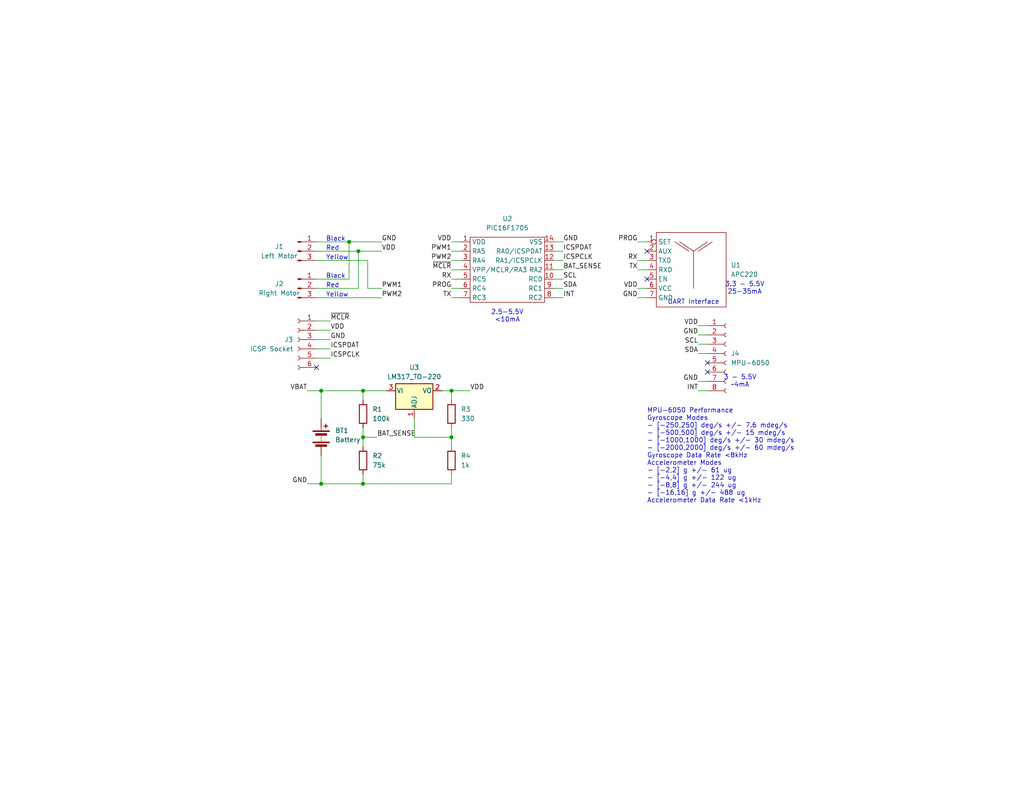
<source format=kicad_sch>
(kicad_sch (version 20231120) (generator "eeschema") (generator_version "8.0")
  (paper "USLetter")
  (title_block (rev "1.0") (comment 1 "Matthew Santos") (comment 2 "Matthew Santos"))
  (lib_symbols
    (symbol "APC220:APC220"
      (property "Reference" "U" (at -1.27 11.684 0))
      (property "Value" "APC220" (at -1.27 12.7 0))
      (symbol "APC220_0_1"
        (rectangle (start -10.16 10.16) (end 8.89 -10.16))
        (polyline (pts (xy -1.27 5.08) (xy -5.08 7.62)))
        (polyline (pts (xy 0 -5.08) (xy 0 5.08)))
        (polyline (pts (xy 0 5.08) (xy -3.81 7.62)))
        (polyline (pts (xy 0 5.08) (xy 3.81 7.62)))
        (polyline (pts (xy 1.27 5.08) (xy 5.08 7.62)))
      )
      (symbol "APC220_1_1"
        (pin input inverted (at -12.7 7.62 0) (length 2.54) (name "SET") (number "1"))
        (pin input line (at -12.7 5.08 0) (length 2.54) (name "AUX") (number "2"))
        (pin input line (at -12.7 2.54 0) (length 2.54) (name "TXD") (number "3"))
        (pin output line (at -12.7 0 0) (length 2.54) (name "RXD") (number "4"))
        (pin input line (at -12.7 -2.54 0) (length 2.54) (name "EN") (number "5"))
        (pin power_in line (at -12.7 -5.08 0) (length 2.54) (name "VCC") (number "6"))
        (pin power_out line (at -12.7 -7.62 0) (length 2.54) (name "GND") (number "7"))
      )
    )
    (symbol "Connector:Conn_01x03_Pin" (pin_names (offset 1.016) hide)
      (property "Reference" "J" (at 0 5.08 0))
      (property "Value" "Conn_01x03_Pin" (at 0 -5.08 0))
      (symbol "Conn_01x03_Pin_1_1"
        (polyline (pts (xy 1.27 -2.54) (xy 0.8636 -2.54)) (stroke (width 0.1524)))
        (polyline (pts (xy 1.27 0) (xy 0.8636 0)) (stroke (width 0.1524)))
        (polyline (pts (xy 1.27 2.54) (xy 0.8636 2.54)) (stroke (width 0.1524)))
        (rectangle (start 0.8636 -2.413) (end 0 -2.667) (stroke (width 0.1524)) (fill (type outline)))
        (rectangle (start 0.8636 0.127) (end 0 -0.127) (stroke (width 0.1524)) (fill (type outline)))
        (rectangle (start 0.8636 2.667) (end 0 2.413) (stroke (width 0.1524)) (fill (type outline)))
        (pin passive line (at 5.08 2.54 180) (length 3.81) (name "Pin_1") (number "1"))
        (pin passive line (at 5.08 0 180) (length 3.81) (name "Pin_2") (number "2"))
        (pin passive line (at 5.08 -2.54 180) (length 3.81) (name "Pin_3") (number "3"))
      )
    )
    (symbol "Connector:Conn_01x06_Socket" (pin_names (offset 1.016) hide)
      (property "Reference" "J" (at 0 7.62 0))
      (property "Value" "Conn_01x06_Socket" (at 0 -10.16 0))
      (symbol "Conn_01x06_Socket_1_1"
        (arc (start 0 -7.112) (mid -0.5058 -7.62) (end 0 -8.128) (stroke (width 0.1524)))
        (arc (start 0 -4.572) (mid -0.5058 -5.08) (end 0 -5.588) (stroke (width 0.1524)))
        (arc (start 0 -2.032) (mid -0.5058 -2.54) (end 0 -3.048) (stroke (width 0.1524)))
        (polyline (pts (xy -1.27 -7.62) (xy -0.508 -7.62)) (stroke (width 0.1524)))
        (polyline (pts (xy -1.27 -5.08) (xy -0.508 -5.08)) (stroke (width 0.1524)))
        (polyline (pts (xy -1.27 -2.54) (xy -0.508 -2.54)) (stroke (width 0.1524)))
        (polyline (pts (xy -1.27 0) (xy -0.508 0)) (stroke (width 0.1524)))
        (polyline (pts (xy -1.27 2.54) (xy -0.508 2.54)) (stroke (width 0.1524)))
        (polyline (pts (xy -1.27 5.08) (xy -0.508 5.08)) (stroke (width 0.1524)))
        (arc (start 0 0.508) (mid -0.5058 0) (end 0 -0.508) (stroke (width 0.1524)))
        (arc (start 0 3.048) (mid -0.5058 2.54) (end 0 2.032) (stroke (width 0.1524)))
        (arc (start 0 5.588) (mid -0.5058 5.08) (end 0 4.572) (stroke (width 0.1524)))
        (pin passive line (at -5.08 5.08 0) (length 3.81) (name "Pin_1") (number "1"))
        (pin passive line (at -5.08 2.54 0) (length 3.81) (name "Pin_2") (number "2"))
        (pin passive line (at -5.08 0 0) (length 3.81) (name "Pin_3") (number "3"))
        (pin passive line (at -5.08 -2.54 0) (length 3.81) (name "Pin_4") (number "4"))
        (pin passive line (at -5.08 -5.08 0) (length 3.81) (name "Pin_5") (number "5"))
        (pin passive line (at -5.08 -7.62 0) (length 3.81) (name "Pin_6") (number "6"))
      )
    )
    (symbol "Connector:Conn_01x08_Socket" (pin_names (offset 1.016) hide)
      (property "Reference" "J" (at 0 10.16 0))
      (property "Value" "Conn_01x08_Socket" (at 0 -12.7 0))
      (symbol "Conn_01x08_Socket_1_1"
        (arc (start 0 -9.652) (mid -0.5058 -10.16) (end 0 -10.668) (stroke (width 0.1524)))
        (arc (start 0 -7.112) (mid -0.5058 -7.62) (end 0 -8.128) (stroke (width 0.1524)))
        (arc (start 0 -4.572) (mid -0.5058 -5.08) (end 0 -5.588) (stroke (width 0.1524)))
        (arc (start 0 -2.032) (mid -0.5058 -2.54) (end 0 -3.048) (stroke (width 0.1524)))
        (polyline (pts (xy -1.27 -10.16) (xy -0.508 -10.16)) (stroke (width 0.1524)))
        (polyline (pts (xy -1.27 -7.62) (xy -0.508 -7.62)) (stroke (width 0.1524)))
        (polyline (pts (xy -1.27 -5.08) (xy -0.508 -5.08)) (stroke (width 0.1524)))
        (polyline (pts (xy -1.27 -2.54) (xy -0.508 -2.54)) (stroke (width 0.1524)))
        (polyline (pts (xy -1.27 0) (xy -0.508 0)) (stroke (width 0.1524)))
        (polyline (pts (xy -1.27 2.54) (xy -0.508 2.54)) (stroke (width 0.1524)))
        (polyline (pts (xy -1.27 5.08) (xy -0.508 5.08)) (stroke (width 0.1524)))
        (polyline (pts (xy -1.27 7.62) (xy -0.508 7.62)) (stroke (width 0.1524)))
        (arc (start 0 0.508) (mid -0.5058 0) (end 0 -0.508) (stroke (width 0.1524)))
        (arc (start 0 3.048) (mid -0.5058 2.54) (end 0 2.032) (stroke (width 0.1524)))
        (arc (start 0 5.588) (mid -0.5058 5.08) (end 0 4.572) (stroke (width 0.1524)))
        (arc (start 0 8.128) (mid -0.5058 7.62) (end 0 7.112) (stroke (width 0.1524)))
        (pin passive line (at -5.08 7.62 0) (length 3.81) (name "Pin_1") (number "1"))
        (pin passive line (at -5.08 5.08 0) (length 3.81) (name "Pin_2") (number "2"))
        (pin passive line (at -5.08 2.54 0) (length 3.81) (name "Pin_3") (number "3"))
        (pin passive line (at -5.08 0 0) (length 3.81) (name "Pin_4") (number "4"))
        (pin passive line (at -5.08 -2.54 0) (length 3.81) (name "Pin_5") (number "5"))
        (pin passive line (at -5.08 -5.08 0) (length 3.81) (name "Pin_6") (number "6"))
        (pin passive line (at -5.08 -7.62 0) (length 3.81) (name "Pin_7") (number "7"))
        (pin passive line (at -5.08 -10.16 0) (length 3.81) (name "Pin_8") (number "8"))
      )
    )
    (symbol "Device:Battery" (pin_numbers hide) (pin_names (offset 0) hide)
      (property "Reference" "BT" (at 2.54 2.54 0))
      (property "Value" "Battery" (at 2.54 0 0))
      (symbol "Battery_0_1"
        (rectangle (start -2.286 -1.27) (end 2.286 -1.524) (fill (type outline)))
        (rectangle (start -2.286 1.778) (end 2.286 1.524) (fill (type outline)))
        (rectangle (start -1.524 -2.032) (end 1.524 -2.54) (fill (type outline)))
        (rectangle (start -1.524 1.016) (end 1.524 0.508) (fill (type outline)))
        (polyline (pts (xy 0 -1.016) (xy 0 -0.762)))
        (polyline (pts (xy 0 -0.508) (xy 0 -0.254)))
        (polyline (pts (xy 0 0) (xy 0 0.254)))
        (polyline (pts (xy 0 1.778) (xy 0 2.54)))
        (polyline (pts (xy 0.762 3.048) (xy 1.778 3.048)) (stroke (width 0.254)))
        (polyline (pts (xy 1.27 3.556) (xy 1.27 2.54)) (stroke (width 0.254)))
      )
      (symbol "Battery_1_1"
        (pin passive line (at 0 5.08 270) (length 2.54) (name "+") (number "1"))
        (pin passive line (at 0 -5.08 90) (length 2.54) (name "-") (number "2"))
      )
    )
    (symbol "Device:R" (pin_numbers hide) (pin_names (offset 0))
      (property "Reference" "R" (at 2.032 0 90))
      (property "Value" "R" (at 0 0 90))
      (symbol "R_0_1"
        (rectangle (start -1.016 -2.54) (end 1.016 2.54) (stroke (width 0.254)))
      )
      (symbol "R_1_1"
        (pin passive line (at 0 3.81 270) (length 1.27) (name "~") (number "1"))
        (pin passive line (at 0 -3.81 90) (length 1.27) (name "~") (number "2"))
      )
    )
    (symbol "PIC16F1705:PIC16F1705"
      (property "Reference" "U" (at 0 -1.016 0))
      (property "Value" "PIC16F1705" (at -12.7 -3.81 0))
      (symbol "PIC16F1705_0_0"
        (pin power_in line (at -12.7 -3.81 0) (length 2.54) (name "VDD") (number "1"))
        (pin input line (at 12.7 -13.97 180) (length 2.54) (name "RC0") (number "10"))
        (pin input line (at 12.7 -11.43 180) (length 2.54) (name "RA2") (number "11"))
        (pin input line (at 12.7 -8.89 180) (length 2.54) (name "RA1/ICSPCLK") (number "12"))
        (pin input line (at 12.7 -6.35 180) (length 2.54) (name "RA0/ICSPDAT") (number "13"))
        (pin input line (at -12.7 -6.35 0) (length 2.54) (name "RA5") (number "2"))
        (pin input line (at -12.7 -8.89 0) (length 2.54) (name "RA4") (number "3"))
        (pin input line (at -12.7 -11.43 0) (length 2.54) (name "VPP/MCLR/RA3") (number "4"))
        (pin input line (at -12.7 -13.97 0) (length 2.54) (name "RC5") (number "5"))
        (pin input line (at -12.7 -16.51 0) (length 2.54) (name "RC4") (number "6"))
        (pin input line (at -12.7 -19.05 0) (length 2.54) (name "RC3") (number "7"))
        (pin input line (at 12.7 -19.05 180) (length 2.54) (name "RC2") (number "8"))
        (pin input line (at 12.7 -16.51 180) (length 2.54) (name "RC1") (number "9"))
      )
      (symbol "PIC16F1705_0_1"
        (rectangle (start -10.16 -2.54) (end 10.16 -20.32))
      )
      (symbol "PIC16F1705_1_0"
        (pin power_out line (at 12.7 -3.81 180) (length 2.54) (name "VSS") (number "14"))
      )
    )
    (symbol "Regulator_Linear:LM317_TO-220" (pin_names (offset 0.254))
      (property "Reference" "U" (at -3.81 3.175 0))
      (property "Value" "LM317_TO-220" (at 0 3.175 0))
      (symbol "LM317_TO-220_0_1"
        (rectangle (start -5.08 1.905) (end 5.08 -5.08) (stroke (width 0.254)) (fill (type background)))
      )
      (symbol "LM317_TO-220_1_1"
        (pin input line (at 0 -7.62 90) (length 2.54) (name "ADJ") (number "1"))
        (pin power_out line (at 7.62 0 180) (length 2.54) (name "VO") (number "2"))
        (pin power_in line (at -7.62 0 0) (length 2.54) (name "VI") (number "3"))
      )
    )
  )
  (junction (at 99.06 119.38))
  (junction (at 87.63 106.68))
  (junction (at 99.06 132.08))
  (junction (at 123.19 106.68))
  (junction (at 99.06 106.68))
  (junction (at 97.79 68.58))
  (junction (at 95.25 66.04))
  (junction (at 123.19 119.38))
  (junction (at 87.63 132.08))
  (no_connect (at 193.04 99.06))
  (no_connect (at 176.53 68.58))
  (no_connect (at 86.36 100.33))
  (no_connect (at 176.53 76.2))
  (no_connect (at 193.04 101.6))
  (wire (pts (xy 90.17 92.71) (xy 86.36 92.71)))
  (wire (pts (xy 87.63 124.46) (xy 87.63 132.08)))
  (wire (pts (xy 190.5 96.52) (xy 193.04 96.52)))
  (wire (pts (xy 99.06 132.08) (xy 87.63 132.08)))
  (wire (pts (xy 87.63 106.68) (xy 99.06 106.68)))
  (wire (pts (xy 123.19 116.84) (xy 123.19 119.38)))
  (wire (pts (xy 90.17 95.25) (xy 86.36 95.25)))
  (wire (pts (xy 123.19 119.38) (xy 113.03 119.38)))
  (wire (pts (xy 95.25 66.04) (xy 95.25 76.2)))
  (wire (pts (xy 87.63 114.3) (xy 87.63 106.68)))
  (wire (pts (xy 151.13 73.66) (xy 153.67 73.66)))
  (wire (pts (xy 151.13 78.74) (xy 153.67 78.74)))
  (wire (pts (xy 97.79 68.58) (xy 97.79 78.74)))
  (wire (pts (xy 151.13 81.28) (xy 153.67 81.28)))
  (wire (pts (xy 190.5 93.98) (xy 193.04 93.98)))
  (wire (pts (xy 100.33 71.12) (xy 100.33 78.74)))
  (wire (pts (xy 97.79 68.58) (xy 104.14 68.58)))
  (wire (pts (xy 99.06 132.08) (xy 123.19 132.08)))
  (wire (pts (xy 190.5 88.9) (xy 193.04 88.9)))
  (wire (pts (xy 173.99 73.66) (xy 176.53 73.66)))
  (wire (pts (xy 123.19 76.2) (xy 125.73 76.2)))
  (wire (pts (xy 173.99 66.04) (xy 176.53 66.04)))
  (wire (pts (xy 86.36 68.58) (xy 97.79 68.58)))
  (wire (pts (xy 151.13 68.58) (xy 153.67 68.58)))
  (wire (pts (xy 95.25 66.04) (xy 104.14 66.04)))
  (wire (pts (xy 151.13 76.2) (xy 153.67 76.2)))
  (wire (pts (xy 99.06 129.54) (xy 99.06 132.08)))
  (wire (pts (xy 173.99 81.28) (xy 176.53 81.28)))
  (wire (pts (xy 123.19 106.68) (xy 128.27 106.68)))
  (wire (pts (xy 120.65 106.68) (xy 123.19 106.68)))
  (wire (pts (xy 123.19 73.66) (xy 125.73 73.66)))
  (wire (pts (xy 123.19 71.12) (xy 125.73 71.12)))
  (wire (pts (xy 99.06 116.84) (xy 99.06 119.38)))
  (wire (pts (xy 123.19 66.04) (xy 125.73 66.04)))
  (wire (pts (xy 190.5 106.68) (xy 193.04 106.68)))
  (wire (pts (xy 99.06 106.68) (xy 99.06 109.22)))
  (wire (pts (xy 123.19 81.28) (xy 125.73 81.28)))
  (wire (pts (xy 190.5 91.44) (xy 193.04 91.44)))
  (wire (pts (xy 123.19 78.74) (xy 125.73 78.74)))
  (wire (pts (xy 173.99 71.12) (xy 176.53 71.12)))
  (wire (pts (xy 151.13 66.04) (xy 153.67 66.04)))
  (wire (pts (xy 151.13 71.12) (xy 153.67 71.12)))
  (wire (pts (xy 123.19 68.58) (xy 125.73 68.58)))
  (wire (pts (xy 99.06 119.38) (xy 99.06 121.92)))
  (wire (pts (xy 99.06 106.68) (xy 105.41 106.68)))
  (wire (pts (xy 90.17 97.79) (xy 86.36 97.79)))
  (wire (pts (xy 173.99 78.74) (xy 176.53 78.74)))
  (wire (pts (xy 123.19 119.38) (xy 123.19 121.92)))
  (wire (pts (xy 123.19 132.08) (xy 123.19 129.54)))
  (wire (pts (xy 86.36 66.04) (xy 95.25 66.04)))
  (wire (pts (xy 86.36 71.12) (xy 100.33 71.12)))
  (wire (pts (xy 86.36 78.74) (xy 97.79 78.74)))
  (wire (pts (xy 100.33 78.74) (xy 104.14 78.74)))
  (wire (pts (xy 90.17 90.17) (xy 86.36 90.17)))
  (wire (pts (xy 113.03 119.38) (xy 113.03 114.3)))
  (wire (pts (xy 190.5 104.14) (xy 193.04 104.14)))
  (wire (pts (xy 83.82 132.08) (xy 87.63 132.08)))
  (wire (pts (xy 123.19 106.68) (xy 123.19 109.22)))
  (wire (pts (xy 99.06 119.38) (xy 102.87 119.38)))
  (wire (pts (xy 83.82 106.68) (xy 87.63 106.68)))
  (wire (pts (xy 86.36 76.2) (xy 95.25 76.2)))
  (wire (pts (xy 90.17 87.63) (xy 86.36 87.63)))
  (wire (pts (xy 86.36 81.28) (xy 104.14 81.28)))
  (text "2.5-5.5V\n<10mA" (at 138.43 86.36 0) (effects (font (size 1.27 1.27))))
  (text "Black" (at 88.9 66.04 0) (effects (font (size 1.27 1.27)) (justify left bottom)))
  (text "Yellow" (at 88.9 81.28 0) (effects (font (size 1.27 1.27)) (justify left bottom)))
  (text "MPU-6050 Performance\nGyroscope Modes\n- [-250,250] deg/s +/- 7.6 mdeg/s\n- [-500,500] deg/s +/- 15 mdeg/s\n- [-1000,1000] deg/s +/- 30 mdeg/s\n- [-2000,2000] deg/s +/- 60 mdeg/s\nGyroscope Data Rate <8kHz\nAccelerometer Modes\n- [-2,2] g +/- 61 ug\n- [-4,4] g +/- 122 ug\n- [-8,8] g +/- 244 ug\n- [-16,16] g +/- 488 ug\nAccelerometer Data Rate <1kHz" (at 176.53 124.46 0) (effects (font (size 1.27 1.27)) (justify left)))
  (text "Yellow" (at 88.9 71.12 0) (effects (font (size 1.27 1.27)) (justify left bottom)))
  (text "Black" (at 88.9 76.2 0) (effects (font (size 1.27 1.27)) (justify left bottom)))
  (text "UART Interface" (at 189.23 82.55 0) (effects (font (size 1.27 1.27))))
  (text "3.3 - 5.5V\n25-35mA" (at 203.2 78.74 0) (effects (font (size 1.27 1.27))))
  (text "3 - 5.5V\n~4mA" (at 201.93 104.14 0) (effects (font (size 1.27 1.27))))
  (text "Red" (at 88.9 78.74 0) (effects (font (size 1.27 1.27)) (justify left bottom)))
  (text "Red" (at 88.9 68.58 0) (effects (font (size 1.27 1.27)) (justify left bottom)))
  (label "RX" (at 173.99 71.12 180))
  (label "VDD" (at 90.17 90.17 0))
  (label "VBAT" (at 83.82 106.68 180))
  (label "~{MCLR}" (at 123.19 73.66 180))
  (label "ICSPDAT" (at 153.67 68.58 0))
  (label "VDD" (at 128.27 106.68 0))
  (label "GND" (at 173.99 81.28 180))
  (label "SCL" (at 153.67 76.2 0))
  (label "GND" (at 190.5 104.14 180))
  (label "GND" (at 104.14 66.04 0))
  (label "VDD" (at 104.14 68.58 0))
  (label "INT" (at 190.5 106.68 180))
  (label "PWM1" (at 104.14 78.74 0))
  (label "ICSPCLK" (at 90.17 97.79 0))
  (label "RX" (at 123.19 76.2 180))
  (label "SCL" (at 190.5 93.98 180))
  (label "TX" (at 123.19 81.28 180))
  (label "SDA" (at 153.67 78.74 0))
  (label "PROG" (at 173.99 66.04 180))
  (label "PWM2" (at 104.14 81.28 0))
  (label "PWM2" (at 123.19 71.12 180))
  (label "TX" (at 173.99 73.66 180))
  (label "VDD" (at 190.5 88.9 180))
  (label "PROG" (at 123.19 78.74 180))
  (label "SDA" (at 190.5 96.52 180))
  (label "GND" (at 190.5 91.44 180))
  (label "ICSPDAT" (at 90.17 95.25 0))
  (label "BAT_SENSE" (at 153.67 73.66 0))
  (label "BAT_SENSE" (at 102.87 119.38 0))
  (label "~{MCLR}" (at 90.17 87.63 0))
  (label "GND" (at 83.82 132.08 180))
  (label "GND" (at 90.17 92.71 0))
  (label "INT" (at 153.67 81.28 0))
  (label "VDD" (at 123.19 66.04 180))
  (label "ICSPCLK" (at 153.67 71.12 0))
  (label "VDD" (at 173.99 78.74 180))
  (label "GND" (at 153.67 66.04 0))
  (label "PWM1" (at 123.19 68.58 180))
  (symbol (lib_id "Regulator_Linear:LM317_TO-220") (at 113.03 106.68 0) (unit 1)
    (property "Reference" "U3" (at 113.03 100.33 0))
    (property "Value" "LM317_TO-220" (at 113.03 102.87 0))
    (property "Footprint" "Package_TO_SOT_THT:TO-220-3_Vertical" (effects (hide yes)))
    (property "Datasheet" "http://www.ti.com/lit/ds/symlink/lm317.pdf" (effects (hide yes)))
    (property "Description" "1.5A 35V Adjustable Linear Regulator, TO-220" (effects (hide yes)))
  )
  (symbol (lib_id "Device:R") (at 123.19 113.03 180) (unit 1)
    (property "Reference" "R3" (at 125.73 111.7599 0) (effects (justify right)))
    (property "Value" "330" (at 125.73 114.2999 0) (effects (justify right)))
    (property "Description" "Resistor" (effects (hide yes)))
  )
  (symbol (lib_id "Device:R") (at 99.06 125.73 180) (unit 1)
    (property "Reference" "R2" (at 101.6 124.4599 0) (effects (justify right)))
    (property "Value" "75k" (at 101.6 126.9999 0) (effects (justify right)))
    (property "Description" "Resistor" (effects (hide yes)))
  )
  (symbol (lib_id "Connector:Conn_01x03_Pin") (at 81.28 68.58 0) (unit 1)
    (property "Reference" "J1" (at 76.2 67.31 0))
    (property "Value" "Left Motor" (at 76.2 69.85 0))
    (property "Description" "Generic connector, single row, 01x03, script generated" (effects (hide yes)))
  )
  (symbol (lib_id "PIC16F1705:PIC16F1705") (at 138.43 62.23 0) (unit 1)
    (property "Reference" "U2" (at 138.43 59.69 0))
    (property "Value" "PIC16F1705" (at 138.43 62.23 0))
    (property "Footprint" "Package_DIP:DIP-14_W7.62mm" (effects (hide yes)))
    (property "Datasheet" "https://ww1.microchip.com/downloads/aemDocuments/documents/OTH/ProductDocuments/DataSheets/40001729C.pdf" (effects (hide yes)))
    (property "Description" "8-Bit Intelligent Analog Flash Microcontroller" (effects (hide yes)))
  )
  (symbol (lib_id "Connector:Conn_01x08_Socket") (at 198.12 96.52 0) (unit 1)
    (property "Reference" "J4" (at 199.39 96.5199 0) (effects (justify left)))
    (property "Value" "MPU-6050" (at 199.39 99.0599 0) (effects (justify left)))
    (property "Datasheet" "https://invensense.tdk.com/wp-content/uploads/2015/02/MPU-6000-Datasheet1.pdf" (effects (hide yes)))
    (property "Description" "Generic connector, single row, 01x08, script generated" (effects (hide yes)))
    (property "Source" "https://www.amazon.ca/Acceleration-Sensors-Accelerometer-Three-Axis-Quadcopter/dp/B07V67DQ5N/ref=sr_1_5?sr=8-5" (effects (hide yes)))
  )
  (symbol (lib_id "Connector:Conn_01x06_Socket") (at 81.28 92.71 0) (mirror y) (unit 1)
    (property "Reference" "J3" (at 80.01 92.7099 0) (effects (justify left)))
    (property "Value" "ICSP Socket" (at 80.01 95.2499 0) (effects (justify left)))
    (property "Description" "Generic connector, single row, 01x06, script generated" (effects (hide yes)))
  )
  (symbol (lib_id "APC220:APC220") (at 189.23 73.66 0) (unit 1)
    (property "Reference" "U1" (at 199.39 72.3899 0) (effects (justify left)))
    (property "Value" "APC220" (at 199.39 74.9299 0) (effects (justify left)))
    (property "Datasheet" "https://wiki.dfrobot.com/APC220_Radio_Data_Module_SKU_TEL0005_" (effects (hide yes)))
    (property "Description" "APC220 arduino radio data module" (effects (hide yes)))
  )
  (symbol (lib_id "Connector:Conn_01x03_Pin") (at 81.28 78.74 0) (unit 1)
    (property "Reference" "J2" (at 76.2 77.47 0))
    (property "Value" "Right Motor" (at 76.2 80.01 0))
    (property "Description" "Generic connector, single row, 01x03, script generated" (effects (hide yes)))
  )
  (symbol (lib_id "Device:R") (at 123.19 125.73 180) (unit 1)
    (property "Reference" "R4" (at 125.73 124.4599 0) (effects (justify right)))
    (property "Value" "1k" (at 125.73 126.9999 0) (effects (justify right)))
    (property "Description" "Resistor" (effects (hide yes)))
  )
  (symbol (lib_id "Device:Battery") (at 87.63 119.38 0) (unit 1)
    (property "Reference" "BT1" (at 91.44 117.5384 0) (effects (justify left)))
    (property "Value" "Battery" (at 91.44 120.0784 0) (effects (justify left)))
    (property "Description" "Multiple-cell battery" (effects (hide yes)))
  )
  (symbol (lib_id "Device:R") (at 99.06 113.03 180) (unit 1)
    (property "Reference" "R1" (at 101.6 111.7599 0) (effects (justify right)))
    (property "Value" "100k" (at 101.6 114.2999 0) (effects (justify right)))
    (property "Description" "Resistor" (effects (hide yes)))
  )
)
</source>
